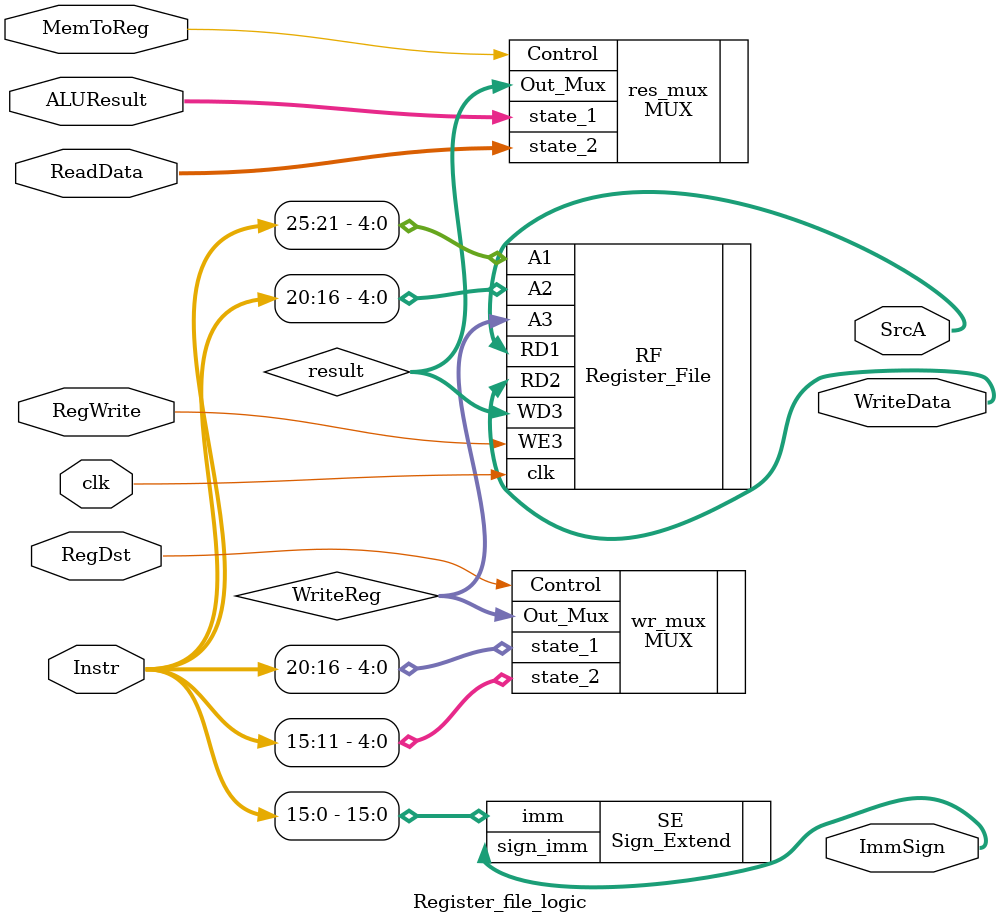
<source format=v>
module Register_file_logic(
    input wire clk,

    input wire[31:0] Instr,

    input wire RegWrite,  // RF write enabled control
    input wire RegDst,    // MUX switch Instr to A3
    input wire MemToReg,  // MUX switch ALUResult or ReadData



    input wire [31:0]ALUResult,  //ALU output
    input wire [31:0]ReadData,   // Data File output


    output wire[31:0] SrcA,       // ALU in
    output wire[31:0] WriteData,  // outputs to ALU
    output wire[31:0] ImmSign     // Sign Ext output


    );


// Register file logic
wire[4:0]WriteReg;
wire[31:0]result;


Register_File RF( .clk(clk), .WE3(RegWrite), .A1(Instr[25:21]), .A2(Instr[20:16]),     //Instr input 
 .A3(WriteReg), .WD3(result), .RD1(SrcA), .RD2(WriteData) );

MUX #(5) wr_mux( .state_1(Instr[20:16]), .state_2(Instr[15:11]), .Control(RegDst), .Out_Mux(WriteReg) );

MUX #(32) res_mux( .state_1(ALUResult), .state_2(ReadData), .Control(MemToReg), .Out_Mux(result) ); // ReadData input from DataMem

Sign_Extend SE( .imm(Instr[15:0]), .sign_imm(ImmSign) ); // out to s12


endmodule

</source>
